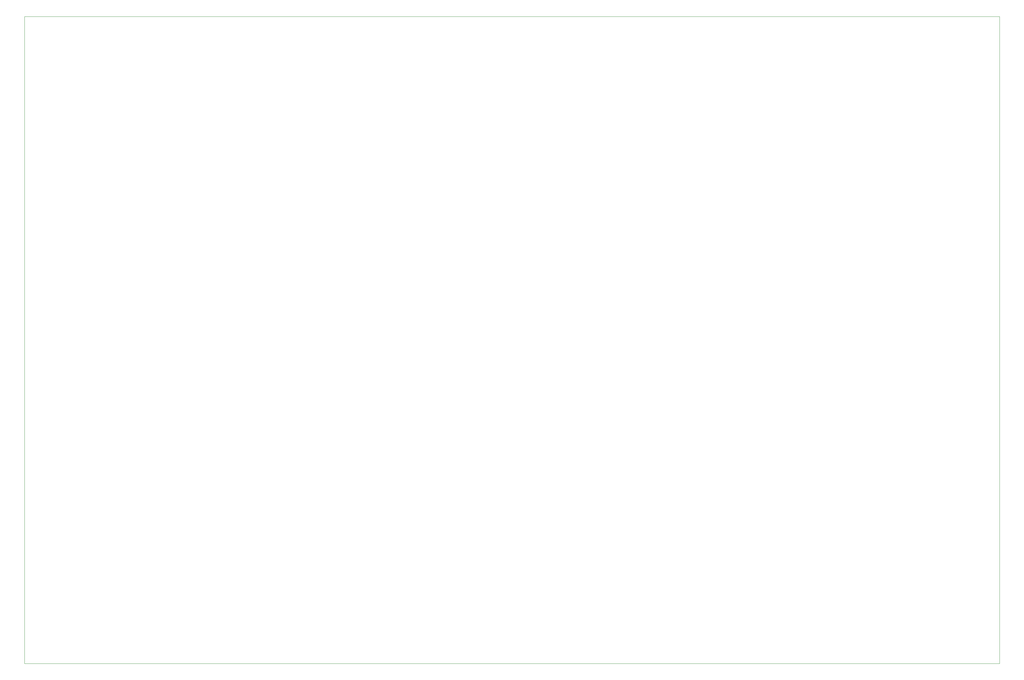
<source format=gbr>
%TF.GenerationSoftware,KiCad,Pcbnew,7.0.5*%
%TF.CreationDate,2023-09-10T17:56:05+02:00*%
%TF.ProjectId,CMD_Board,434d445f-426f-4617-9264-2e6b69636164,rev?*%
%TF.SameCoordinates,Original*%
%TF.FileFunction,Profile,NP*%
%FSLAX46Y46*%
G04 Gerber Fmt 4.6, Leading zero omitted, Abs format (unit mm)*
G04 Created by KiCad (PCBNEW 7.0.5) date 2023-09-10 17:56:05*
%MOMM*%
%LPD*%
G01*
G04 APERTURE LIST*
%TA.AperFunction,Profile*%
%ADD10C,0.100000*%
%TD*%
G04 APERTURE END LIST*
D10*
X40000000Y-12000000D02*
X320000000Y-12000000D01*
X320000000Y-198000000D01*
X40000000Y-198000000D01*
X40000000Y-12000000D01*
M02*

</source>
